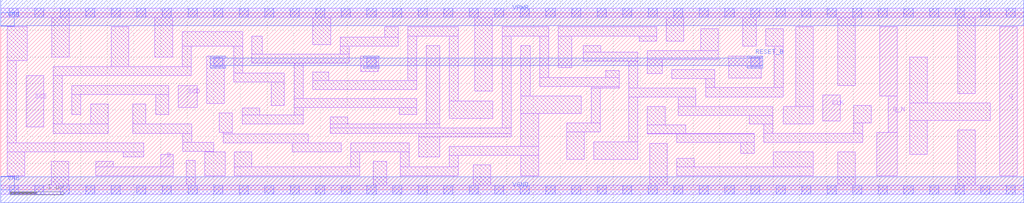
<source format=lef>
# Copyright 2020 The SkyWater PDK Authors
#
# Licensed under the Apache License, Version 2.0 (the "License");
# you may not use this file except in compliance with the License.
# You may obtain a copy of the License at
#
#     https://www.apache.org/licenses/LICENSE-2.0
#
# Unless required by applicable law or agreed to in writing, software
# distributed under the License is distributed on an "AS IS" BASIS,
# WITHOUT WARRANTIES OR CONDITIONS OF ANY KIND, either express or implied.
# See the License for the specific language governing permissions and
# limitations under the License.
#
# SPDX-License-Identifier: Apache-2.0

VERSION 5.5 ;
NAMESCASESENSITIVE ON ;
BUSBITCHARS "[]" ;
DIVIDERCHAR "/" ;
MACRO sky130_fd_sc_lp__sdfrbp_lp
  CLASS CORE ;
  SOURCE USER ;
  ORIGIN  0.000000  0.000000 ;
  SIZE  19.20000 BY  3.330000 ;
  SYMMETRY R90 ;
  SITE unit ;
  PIN D
    ANTENNAGATEAREA  0.159000 ;
    DIRECTION INPUT ;
    USE SIGNAL ;
    PORT
      LAYER li1 ;
        RECT 1.780000 0.265000 3.235000 0.435000 ;
        RECT 1.780000 0.435000 2.110000 0.535000 ;
        RECT 3.005000 0.435000 3.235000 0.670000 ;
    END
  END D
  PIN Q
    ANTENNADIFFAREA  0.598500 ;
    DIRECTION OUTPUT ;
    USE SIGNAL ;
    PORT
      LAYER li1 ;
        RECT 18.755000 0.265000 19.085000 3.065000 ;
    END
  END Q
  PIN Q_N
    ANTENNADIFFAREA  0.598500 ;
    DIRECTION OUTPUT ;
    USE SIGNAL ;
    PORT
      LAYER li1 ;
        RECT 16.445000 0.265000 16.830000 1.075000 ;
        RECT 16.500000 1.765000 16.830000 3.065000 ;
        RECT 16.660000 1.075000 16.830000 1.765000 ;
    END
  END Q_N
  PIN RESET_B
    ANTENNAGATEAREA  0.633000 ;
    DIRECTION INPUT ;
    USE SIGNAL ;
    PORT
      LAYER met1 ;
        RECT  3.935000 2.290000  4.225000 2.335000 ;
        RECT  3.935000 2.335000 14.305000 2.475000 ;
        RECT  3.935000 2.475000  4.225000 2.520000 ;
        RECT  6.815000 2.290000  7.105000 2.335000 ;
        RECT  6.815000 2.475000  7.105000 2.520000 ;
        RECT 14.015000 2.290000 14.305000 2.335000 ;
        RECT 14.015000 2.475000 14.305000 2.520000 ;
    END
  END RESET_B
  PIN SCD
    ANTENNAGATEAREA  0.159000 ;
    DIRECTION INPUT ;
    USE SIGNAL ;
    PORT
      LAYER li1 ;
        RECT 3.335000 1.550000 3.685000 1.965000 ;
    END
  END SCD
  PIN SCE
    ANTENNAGATEAREA  0.477000 ;
    DIRECTION INPUT ;
    USE SIGNAL ;
    PORT
      LAYER li1 ;
        RECT 0.475000 1.180000 0.805000 2.150000 ;
    END
  END SCE
  PIN CLK
    ANTENNAGATEAREA  0.630000 ;
    DIRECTION INPUT ;
    USE CLOCK ;
    PORT
      LAYER li1 ;
        RECT 15.430000 1.295000 15.760000 1.780000 ;
    END
  END CLK
  PIN VGND
    DIRECTION INOUT ;
    USE GROUND ;
    PORT
      LAYER met1 ;
        RECT 0.000000 -0.245000 19.200000 0.245000 ;
    END
  END VGND
  PIN VNB
    DIRECTION INOUT ;
    USE GROUND ;
    PORT
      LAYER met1 ;
        RECT 0.000000 0.000000 0.250000 0.250000 ;
    END
  END VNB
  PIN VPB
    DIRECTION INOUT ;
    USE POWER ;
    PORT
      LAYER met1 ;
        RECT 0.000000 3.080000 0.250000 3.330000 ;
    END
  END VPB
  PIN VPWR
    DIRECTION INOUT ;
    USE POWER ;
    PORT
      LAYER met1 ;
        RECT 0.000000 3.085000 19.200000 3.575000 ;
    END
  END VPWR
  OBS
    LAYER li1 ;
      RECT  0.000000 -0.085000 19.200000 0.085000 ;
      RECT  0.000000  3.245000 19.200000 3.415000 ;
      RECT  0.125000  0.265000  0.455000 0.715000 ;
      RECT  0.125000  0.715000  2.680000 0.885000 ;
      RECT  0.125000  0.885000  0.295000 2.435000 ;
      RECT  0.125000  2.435000  0.500000 3.065000 ;
      RECT  0.945000  0.085000  1.275000 0.535000 ;
      RECT  0.960000  2.495000  1.290000 3.245000 ;
      RECT  0.985000  1.065000  2.015000 1.235000 ;
      RECT  0.985000  1.235000  1.155000 2.145000 ;
      RECT  0.985000  2.145000  3.575000 2.315000 ;
      RECT  1.335000  1.415000  1.505000 1.795000 ;
      RECT  1.335000  1.795000  3.155000 1.965000 ;
      RECT  1.685000  1.235000  2.015000 1.615000 ;
      RECT  2.075000  2.315000  2.405000 3.065000 ;
      RECT  2.295000  0.615000  2.680000 0.715000 ;
      RECT  2.475000  1.065000  3.585000 1.235000 ;
      RECT  2.475000  1.235000  2.725000 1.615000 ;
      RECT  2.895000  2.495000  3.225000 3.245000 ;
      RECT  2.905000  1.415000  3.155000 1.795000 ;
      RECT  3.405000  2.315000  3.575000 2.700000 ;
      RECT  3.405000  2.700000  4.545000 2.975000 ;
      RECT  3.415000  0.725000  4.000000 0.895000 ;
      RECT  3.415000  0.895000  3.585000 1.065000 ;
      RECT  3.480000  0.085000  3.650000 0.555000 ;
      RECT  3.830000  0.265000  4.210000 0.715000 ;
      RECT  3.830000  0.715000  4.000000 0.725000 ;
      RECT  3.865000  1.625000  4.195000 2.520000 ;
      RECT  4.100000  1.075000  4.350000 1.445000 ;
      RECT  4.180000  0.885000  5.770000 1.055000 ;
      RECT  4.180000  1.055000  4.350000 1.075000 ;
      RECT  4.375000  2.025000  5.325000 2.195000 ;
      RECT  4.375000  2.195000  4.545000 2.700000 ;
      RECT  4.380000  0.265000  6.740000 0.435000 ;
      RECT  4.380000  0.435000  4.710000 0.715000 ;
      RECT  4.530000  1.235000  5.675000 1.405000 ;
      RECT  4.530000  1.405000  4.860000 1.535000 ;
      RECT  4.715000  2.385000  6.540000 2.555000 ;
      RECT  4.715000  2.555000  4.905000 2.895000 ;
      RECT  5.075000  1.585000  5.325000 2.025000 ;
      RECT  5.470000  0.715000  6.390000 0.885000 ;
      RECT  5.505000  1.405000  5.675000 1.545000 ;
      RECT  5.505000  1.545000  7.810000 1.715000 ;
      RECT  5.505000  1.715000  5.675000 2.385000 ;
      RECT  5.855000  1.885000  7.810000 2.055000 ;
      RECT  5.855000  2.055000  6.155000 2.215000 ;
      RECT  5.860000  2.735000  6.190000 3.245000 ;
      RECT  6.185000  1.065000  9.585000 1.165000 ;
      RECT  6.185000  1.165000  8.240000 1.235000 ;
      RECT  6.185000  1.235000  6.515000 1.375000 ;
      RECT  6.370000  2.555000  6.540000 2.700000 ;
      RECT  6.370000  2.700000  7.460000 2.870000 ;
      RECT  6.570000  0.435000  6.740000 0.715000 ;
      RECT  6.570000  0.715000  7.670000 0.885000 ;
      RECT  6.755000  2.225000  7.085000 2.520000 ;
      RECT  6.995000  0.085000  7.245000 0.535000 ;
      RECT  7.210000  2.870000  7.460000 3.065000 ;
      RECT  7.480000  1.415000  7.810000 1.545000 ;
      RECT  7.500000  0.265000  8.590000 0.435000 ;
      RECT  7.500000  0.435000  7.670000 0.715000 ;
      RECT  7.640000  2.055000  7.810000 2.895000 ;
      RECT  7.640000  2.895000  8.590000 3.065000 ;
      RECT  7.850000  0.615000  8.240000 0.995000 ;
      RECT  7.850000  0.995000  9.585000 1.065000 ;
      RECT  7.990000  1.235000  8.240000 2.715000 ;
      RECT  8.420000  0.435000  8.590000 0.645000 ;
      RECT  8.420000  0.645000 10.095000 0.815000 ;
      RECT  8.420000  1.345000  9.235000 1.675000 ;
      RECT  8.420000  1.675000  8.590000 2.895000 ;
      RECT  8.865000  0.085000  9.195000 0.465000 ;
      RECT  8.895000  1.855000  9.225000 3.245000 ;
      RECT  9.415000  1.165000  9.585000 2.895000 ;
      RECT  9.415000  2.895000 10.285000 3.065000 ;
      RECT  9.765000  0.265000 10.095000 0.645000 ;
      RECT  9.765000  0.815000 10.095000 1.435000 ;
      RECT  9.765000  1.435000 10.900000 1.765000 ;
      RECT  9.765000  1.765000  9.935000 2.715000 ;
      RECT 10.115000  1.945000 11.610000 2.115000 ;
      RECT 10.115000  2.115000 10.285000 2.895000 ;
      RECT 10.465000  2.295000 10.715000 2.895000 ;
      RECT 10.465000  2.895000 12.315000 3.065000 ;
      RECT 10.620000  0.575000 10.950000 1.085000 ;
      RECT 10.620000  1.085000 11.250000 1.255000 ;
      RECT 10.930000  2.425000 11.960000 2.595000 ;
      RECT 10.930000  2.595000 11.260000 2.715000 ;
      RECT 11.080000  1.255000 11.250000 1.915000 ;
      RECT 11.080000  1.915000 11.610000 1.945000 ;
      RECT 11.130000  0.575000 11.960000 0.905000 ;
      RECT 11.360000  2.115000 11.610000 2.245000 ;
      RECT 11.790000  0.905000 11.960000 1.745000 ;
      RECT 11.790000  1.745000 13.050000 1.915000 ;
      RECT 11.790000  1.915000 11.960000 2.425000 ;
      RECT 11.985000  2.795000 12.315000 2.895000 ;
      RECT 12.140000  1.050000 14.140000 1.060000 ;
      RECT 12.140000  1.060000 12.860000 1.220000 ;
      RECT 12.140000  1.220000 12.470000 1.565000 ;
      RECT 12.140000  2.185000 12.415000 2.445000 ;
      RECT 12.140000  2.445000 13.470000 2.615000 ;
      RECT 12.180000  0.085000 12.510000 0.870000 ;
      RECT 12.495000  2.795000 12.825000 3.245000 ;
      RECT 12.595000  2.095000 13.400000 2.265000 ;
      RECT 12.690000  0.265000 15.250000 0.435000 ;
      RECT 12.690000  0.435000 13.020000 0.595000 ;
      RECT 12.690000  0.890000 14.140000 1.050000 ;
      RECT 12.720000  1.400000 14.490000 1.570000 ;
      RECT 12.720000  1.570000 13.050000 1.745000 ;
      RECT 13.140000  2.615000 13.470000 3.030000 ;
      RECT 13.230000  1.750000 14.690000 1.920000 ;
      RECT 13.230000  1.920000 13.400000 2.095000 ;
      RECT 13.665000  2.100000 14.275000 2.520000 ;
      RECT 13.890000  0.685000 14.140000 0.890000 ;
      RECT 13.930000  2.700000 14.180000 3.245000 ;
      RECT 14.055000  1.240000 14.490000 1.400000 ;
      RECT 14.320000  0.890000 16.185000 1.060000 ;
      RECT 14.320000  1.060000 14.490000 1.240000 ;
      RECT 14.360000  2.700000 14.690000 3.030000 ;
      RECT 14.500000  0.435000 15.250000 0.710000 ;
      RECT 14.520000  1.920000 14.690000 2.700000 ;
      RECT 14.685000  1.240000 15.250000 1.570000 ;
      RECT 14.920000  1.570000 15.250000 3.065000 ;
      RECT 15.710000  0.085000 16.040000 0.710000 ;
      RECT 15.710000  1.960000 16.040000 3.245000 ;
      RECT 16.015000  1.060000 16.185000 1.255000 ;
      RECT 16.015000  1.255000 16.345000 1.585000 ;
      RECT 17.060000  0.665000 17.390000 1.305000 ;
      RECT 17.060000  1.305000 18.575000 1.635000 ;
      RECT 17.060000  1.635000 17.390000 2.495000 ;
      RECT 17.965000  0.085000 18.295000 1.125000 ;
      RECT 17.965000  1.815000 18.295000 3.245000 ;
    LAYER mcon ;
      RECT  0.155000 -0.085000  0.325000 0.085000 ;
      RECT  0.155000  3.245000  0.325000 3.415000 ;
      RECT  0.635000 -0.085000  0.805000 0.085000 ;
      RECT  0.635000  3.245000  0.805000 3.415000 ;
      RECT  1.115000 -0.085000  1.285000 0.085000 ;
      RECT  1.115000  3.245000  1.285000 3.415000 ;
      RECT  1.595000 -0.085000  1.765000 0.085000 ;
      RECT  1.595000  3.245000  1.765000 3.415000 ;
      RECT  2.075000 -0.085000  2.245000 0.085000 ;
      RECT  2.075000  3.245000  2.245000 3.415000 ;
      RECT  2.555000 -0.085000  2.725000 0.085000 ;
      RECT  2.555000  3.245000  2.725000 3.415000 ;
      RECT  3.035000 -0.085000  3.205000 0.085000 ;
      RECT  3.035000  3.245000  3.205000 3.415000 ;
      RECT  3.515000 -0.085000  3.685000 0.085000 ;
      RECT  3.515000  3.245000  3.685000 3.415000 ;
      RECT  3.995000 -0.085000  4.165000 0.085000 ;
      RECT  3.995000  2.320000  4.165000 2.490000 ;
      RECT  3.995000  3.245000  4.165000 3.415000 ;
      RECT  4.475000 -0.085000  4.645000 0.085000 ;
      RECT  4.475000  3.245000  4.645000 3.415000 ;
      RECT  4.955000 -0.085000  5.125000 0.085000 ;
      RECT  4.955000  3.245000  5.125000 3.415000 ;
      RECT  5.435000 -0.085000  5.605000 0.085000 ;
      RECT  5.435000  3.245000  5.605000 3.415000 ;
      RECT  5.915000 -0.085000  6.085000 0.085000 ;
      RECT  5.915000  3.245000  6.085000 3.415000 ;
      RECT  6.395000 -0.085000  6.565000 0.085000 ;
      RECT  6.395000  3.245000  6.565000 3.415000 ;
      RECT  6.875000 -0.085000  7.045000 0.085000 ;
      RECT  6.875000  2.320000  7.045000 2.490000 ;
      RECT  6.875000  3.245000  7.045000 3.415000 ;
      RECT  7.355000 -0.085000  7.525000 0.085000 ;
      RECT  7.355000  3.245000  7.525000 3.415000 ;
      RECT  7.835000 -0.085000  8.005000 0.085000 ;
      RECT  7.835000  3.245000  8.005000 3.415000 ;
      RECT  8.315000 -0.085000  8.485000 0.085000 ;
      RECT  8.315000  3.245000  8.485000 3.415000 ;
      RECT  8.795000 -0.085000  8.965000 0.085000 ;
      RECT  8.795000  3.245000  8.965000 3.415000 ;
      RECT  9.275000 -0.085000  9.445000 0.085000 ;
      RECT  9.275000  3.245000  9.445000 3.415000 ;
      RECT  9.755000 -0.085000  9.925000 0.085000 ;
      RECT  9.755000  3.245000  9.925000 3.415000 ;
      RECT 10.235000 -0.085000 10.405000 0.085000 ;
      RECT 10.235000  3.245000 10.405000 3.415000 ;
      RECT 10.715000 -0.085000 10.885000 0.085000 ;
      RECT 10.715000  3.245000 10.885000 3.415000 ;
      RECT 11.195000 -0.085000 11.365000 0.085000 ;
      RECT 11.195000  3.245000 11.365000 3.415000 ;
      RECT 11.675000 -0.085000 11.845000 0.085000 ;
      RECT 11.675000  3.245000 11.845000 3.415000 ;
      RECT 12.155000 -0.085000 12.325000 0.085000 ;
      RECT 12.155000  3.245000 12.325000 3.415000 ;
      RECT 12.635000 -0.085000 12.805000 0.085000 ;
      RECT 12.635000  3.245000 12.805000 3.415000 ;
      RECT 13.115000 -0.085000 13.285000 0.085000 ;
      RECT 13.115000  3.245000 13.285000 3.415000 ;
      RECT 13.595000 -0.085000 13.765000 0.085000 ;
      RECT 13.595000  3.245000 13.765000 3.415000 ;
      RECT 14.075000 -0.085000 14.245000 0.085000 ;
      RECT 14.075000  2.320000 14.245000 2.490000 ;
      RECT 14.075000  3.245000 14.245000 3.415000 ;
      RECT 14.555000 -0.085000 14.725000 0.085000 ;
      RECT 14.555000  3.245000 14.725000 3.415000 ;
      RECT 15.035000 -0.085000 15.205000 0.085000 ;
      RECT 15.035000  3.245000 15.205000 3.415000 ;
      RECT 15.515000 -0.085000 15.685000 0.085000 ;
      RECT 15.515000  3.245000 15.685000 3.415000 ;
      RECT 15.995000 -0.085000 16.165000 0.085000 ;
      RECT 15.995000  3.245000 16.165000 3.415000 ;
      RECT 16.475000 -0.085000 16.645000 0.085000 ;
      RECT 16.475000  3.245000 16.645000 3.415000 ;
      RECT 16.955000 -0.085000 17.125000 0.085000 ;
      RECT 16.955000  3.245000 17.125000 3.415000 ;
      RECT 17.435000 -0.085000 17.605000 0.085000 ;
      RECT 17.435000  3.245000 17.605000 3.415000 ;
      RECT 17.915000 -0.085000 18.085000 0.085000 ;
      RECT 17.915000  3.245000 18.085000 3.415000 ;
      RECT 18.395000 -0.085000 18.565000 0.085000 ;
      RECT 18.395000  3.245000 18.565000 3.415000 ;
      RECT 18.875000 -0.085000 19.045000 0.085000 ;
      RECT 18.875000  3.245000 19.045000 3.415000 ;
  END
END sky130_fd_sc_lp__sdfrbp_lp
END LIBRARY

</source>
